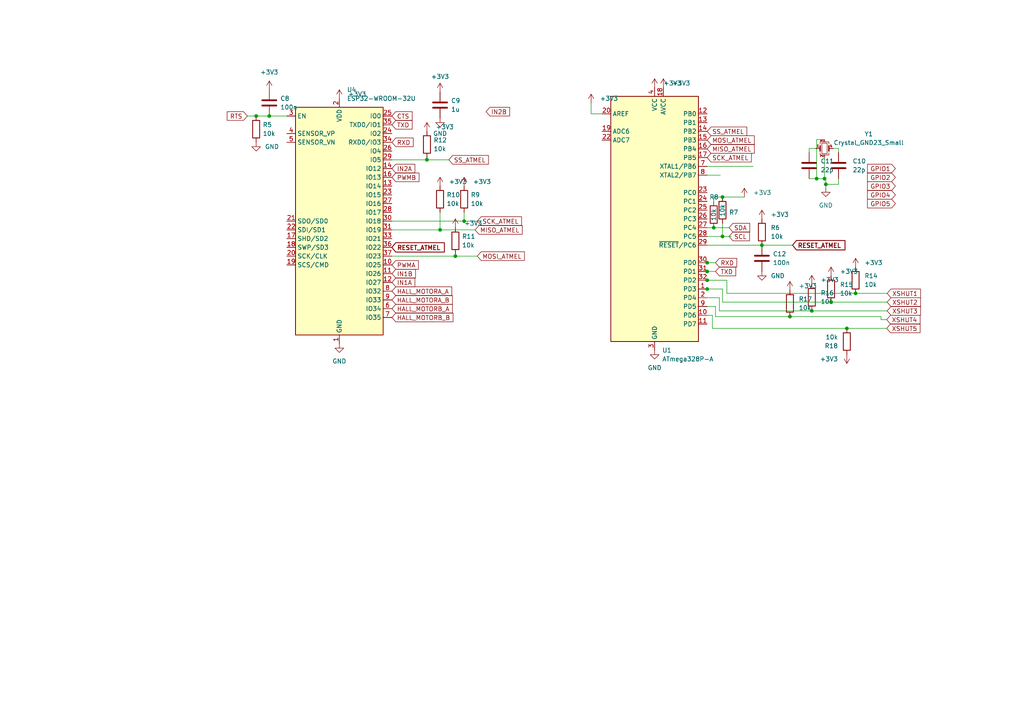
<source format=kicad_sch>
(kicad_sch (version 20230121) (generator eeschema)
  (paper "A4")
  (lib_symbols
    (symbol "Device:C" (pin_numbers hide) (pin_names (offset 0.254))
      (property "Reference" "C" (at 0.635 2.54 0))
      (property "Value" "C" (at 0.635 -2.54 0))
      (symbol "C_0_1"
        (polyline (pts (xy -2.032 -0.762) (xy 2.032 -0.762)) (stroke (width 0.508)))
        (polyline (pts (xy -2.032 0.762) (xy 2.032 0.762)) (stroke (width 0.508)))
      )
      (symbol "C_1_1"
        (pin passive line (at 0 3.81 270) (length 2.794) (name "~") (number "1"))
        (pin passive line (at 0 -3.81 90) (length 2.794) (name "~") (number "2"))
      )
    )
    (symbol "Device:Crystal_GND23_Small" (pin_names (offset 1.016) hide)
      (property "Reference" "Y" (at 1.27 4.445 0))
      (property "Value" "Crystal_GND23_Small" (at 1.27 2.54 0))
      (symbol "Crystal_GND23_Small_0_1"
        (rectangle (start -0.762 -1.524) (end 0.762 1.524))
        (polyline (pts (xy -1.27 -0.762) (xy -1.27 0.762)) (stroke (width 0.381)))
        (polyline (pts (xy 1.27 -0.762) (xy 1.27 0.762)) (stroke (width 0.381)))
        (polyline (pts (xy -1.27 -1.27) (xy -1.27 -1.905) (xy 1.27 -1.905) (xy 1.27 -1.27)))
        (polyline (pts (xy -1.27 1.27) (xy -1.27 1.905) (xy 1.27 1.905) (xy 1.27 1.27)))
      )
      (symbol "Crystal_GND23_Small_1_1"
        (pin passive line (at -2.54 0 0) (length 1.27) (name "1") (number "1"))
        (pin passive line (at 0 -2.54 90) (length 0.635) (name "2") (number "2"))
        (pin passive line (at 0 2.54 270) (length 0.635) (name "3") (number "3"))
        (pin passive line (at 2.54 0 180) (length 1.27) (name "4") (number "4"))
      )
    )
    (symbol "Device:R" (pin_numbers hide) (pin_names (offset 0))
      (property "Reference" "R" (at 2.032 0 90))
      (property "Value" "R" (at 0 0 90))
      (symbol "R_0_1"
        (rectangle (start -1.016 -2.54) (end 1.016 2.54) (stroke (width 0.254)))
      )
      (symbol "R_1_1"
        (pin passive line (at 0 3.81 270) (length 1.27) (name "~") (number "1"))
        (pin passive line (at 0 -3.81 90) (length 1.27) (name "~") (number "2"))
      )
    )
    (symbol "MCU_Microchip_ATmega:ATmega328P-A"
      (property "Reference" "U" (at -12.7 36.83 0))
      (property "Value" "ATmega328P-A" (at 2.54 -36.83 0))
      (symbol "ATmega328P-A_0_1"
        (rectangle (start -12.7 -35.56) (end 12.7 35.56) (stroke (width 0.254)) (fill (type background)))
      )
      (symbol "ATmega328P-A_1_1"
        (pin bidirectional line (at 15.24 -20.32 180) (length 2.54) (name "PD3") (number "1"))
        (pin bidirectional line (at 15.24 -27.94 180) (length 2.54) (name "PD6") (number "10"))
        (pin bidirectional line (at 15.24 -30.48 180) (length 2.54) (name "PD7") (number "11"))
        (pin bidirectional line (at 15.24 30.48 180) (length 2.54) (name "PB0") (number "12"))
        (pin bidirectional line (at 15.24 27.94 180) (length 2.54) (name "PB1") (number "13"))
        (pin bidirectional line (at 15.24 25.4 180) (length 2.54) (name "PB2") (number "14"))
        (pin bidirectional line (at 15.24 22.86 180) (length 2.54) (name "PB3") (number "15"))
        (pin bidirectional line (at 15.24 20.32 180) (length 2.54) (name "PB4") (number "16"))
        (pin bidirectional line (at 15.24 17.78 180) (length 2.54) (name "PB5") (number "17"))
        (pin power_in line (at 2.54 38.1 270) (length 2.54) (name "AVCC") (number "18"))
        (pin input line (at -15.24 25.4 0) (length 2.54) (name "ADC6") (number "19"))
        (pin bidirectional line (at 15.24 -22.86 180) (length 2.54) (name "PD4") (number "2"))
        (pin passive line (at -15.24 30.48 0) (length 2.54) (name "AREF") (number "20"))
        (pin passive line (at 0 -38.1 90) (length 2.54) hide (name "GND") (number "21"))
        (pin input line (at -15.24 22.86 0) (length 2.54) (name "ADC7") (number "22"))
        (pin bidirectional line (at 15.24 7.62 180) (length 2.54) (name "PC0") (number "23"))
        (pin bidirectional line (at 15.24 5.08 180) (length 2.54) (name "PC1") (number "24"))
        (pin bidirectional line (at 15.24 2.54 180) (length 2.54) (name "PC2") (number "25"))
        (pin bidirectional line (at 15.24 0 180) (length 2.54) (name "PC3") (number "26"))
        (pin bidirectional line (at 15.24 -2.54 180) (length 2.54) (name "PC4") (number "27"))
        (pin bidirectional line (at 15.24 -5.08 180) (length 2.54) (name "PC5") (number "28"))
        (pin bidirectional line (at 15.24 -7.62 180) (length 2.54) (name "~{RESET}/PC6") (number "29"))
        (pin power_in line (at 0 -38.1 90) (length 2.54) (name "GND") (number "3"))
        (pin bidirectional line (at 15.24 -12.7 180) (length 2.54) (name "PD0") (number "30"))
        (pin bidirectional line (at 15.24 -15.24 180) (length 2.54) (name "PD1") (number "31"))
        (pin bidirectional line (at 15.24 -17.78 180) (length 2.54) (name "PD2") (number "32"))
        (pin power_in line (at 0 38.1 270) (length 2.54) (name "VCC") (number "4"))
        (pin passive line (at 0 -38.1 90) (length 2.54) hide (name "GND") (number "5"))
        (pin passive line (at 0 38.1 270) (length 2.54) hide (name "VCC") (number "6"))
        (pin bidirectional line (at 15.24 15.24 180) (length 2.54) (name "XTAL1/PB6") (number "7"))
        (pin bidirectional line (at 15.24 12.7 180) (length 2.54) (name "XTAL2/PB7") (number "8"))
        (pin bidirectional line (at 15.24 -25.4 180) (length 2.54) (name "PD5") (number "9"))
      )
    )
    (symbol "RF_Module:ESP32-WROOM-32U"
      (property "Reference" "U" (at -12.7 34.29 0))
      (property "Value" "ESP32-WROOM-32U" (at 1.27 34.29 0))
      (symbol "ESP32-WROOM-32U_0_1"
        (rectangle (start -12.7 33.02) (end 12.7 -33.02) (stroke (width 0.254)) (fill (type background)))
      )
      (symbol "ESP32-WROOM-32U_1_1"
        (pin power_in line (at 0 -35.56 90) (length 2.54) (name "GND") (number "1"))
        (pin bidirectional line (at 15.24 -12.7 180) (length 2.54) (name "IO25") (number "10"))
        (pin bidirectional line (at 15.24 -15.24 180) (length 2.54) (name "IO26") (number "11"))
        (pin bidirectional line (at 15.24 -17.78 180) (length 2.54) (name "IO27") (number "12"))
        (pin bidirectional line (at 15.24 10.16 180) (length 2.54) (name "IO14") (number "13"))
        (pin bidirectional line (at 15.24 15.24 180) (length 2.54) (name "IO12") (number "14"))
        (pin passive line (at 0 -35.56 90) (length 2.54) hide (name "GND") (number "15"))
        (pin bidirectional line (at 15.24 12.7 180) (length 2.54) (name "IO13") (number "16"))
        (pin bidirectional line (at -15.24 -5.08 0) (length 2.54) (name "SHD/SD2") (number "17"))
        (pin bidirectional line (at -15.24 -7.62 0) (length 2.54) (name "SWP/SD3") (number "18"))
        (pin bidirectional line (at -15.24 -12.7 0) (length 2.54) (name "SCS/CMD") (number "19"))
        (pin power_in line (at 0 35.56 270) (length 2.54) (name "VDD") (number "2"))
        (pin bidirectional line (at -15.24 -10.16 0) (length 2.54) (name "SCK/CLK") (number "20"))
        (pin bidirectional line (at -15.24 0 0) (length 2.54) (name "SDO/SD0") (number "21"))
        (pin bidirectional line (at -15.24 -2.54 0) (length 2.54) (name "SDI/SD1") (number "22"))
        (pin bidirectional line (at 15.24 7.62 180) (length 2.54) (name "IO15") (number "23"))
        (pin bidirectional line (at 15.24 25.4 180) (length 2.54) (name "IO2") (number "24"))
        (pin bidirectional line (at 15.24 30.48 180) (length 2.54) (name "IO0") (number "25"))
        (pin bidirectional line (at 15.24 20.32 180) (length 2.54) (name "IO4") (number "26"))
        (pin bidirectional line (at 15.24 5.08 180) (length 2.54) (name "IO16") (number "27"))
        (pin bidirectional line (at 15.24 2.54 180) (length 2.54) (name "IO17") (number "28"))
        (pin bidirectional line (at 15.24 17.78 180) (length 2.54) (name "IO5") (number "29"))
        (pin input line (at -15.24 30.48 0) (length 2.54) (name "EN") (number "3"))
        (pin bidirectional line (at 15.24 0 180) (length 2.54) (name "IO18") (number "30"))
        (pin bidirectional line (at 15.24 -2.54 180) (length 2.54) (name "IO19") (number "31"))
        (pin no_connect line (at -12.7 -27.94 0) (length 2.54) hide (name "NC") (number "32"))
        (pin bidirectional line (at 15.24 -5.08 180) (length 2.54) (name "IO21") (number "33"))
        (pin bidirectional line (at 15.24 22.86 180) (length 2.54) (name "RXD0/IO3") (number "34"))
        (pin bidirectional line (at 15.24 27.94 180) (length 2.54) (name "TXD0/IO1") (number "35"))
        (pin bidirectional line (at 15.24 -7.62 180) (length 2.54) (name "IO22") (number "36"))
        (pin bidirectional line (at 15.24 -10.16 180) (length 2.54) (name "IO23") (number "37"))
        (pin passive line (at 0 -35.56 90) (length 2.54) hide (name "GND") (number "38"))
        (pin passive line (at 0 -35.56 90) (length 2.54) hide (name "GND") (number "39"))
        (pin input line (at -15.24 25.4 0) (length 2.54) (name "SENSOR_VP") (number "4"))
        (pin input line (at -15.24 22.86 0) (length 2.54) (name "SENSOR_VN") (number "5"))
        (pin input line (at 15.24 -25.4 180) (length 2.54) (name "IO34") (number "6"))
        (pin input line (at 15.24 -27.94 180) (length 2.54) (name "IO35") (number "7"))
        (pin bidirectional line (at 15.24 -20.32 180) (length 2.54) (name "IO32") (number "8"))
        (pin bidirectional line (at 15.24 -22.86 180) (length 2.54) (name "IO33") (number "9"))
      )
    )
    (symbol "power:+3.3V" (power) (pin_names (offset 0))
      (property "Value" "+3.3V" (at 0 3.556 0))
      (symbol "+3.3V_0_1"
        (polyline (pts (xy -0.762 1.27) (xy 0 2.54)))
        (polyline (pts (xy 0 0) (xy 0 2.54)))
        (polyline (pts (xy 0 2.54) (xy 0.762 1.27)))
      )
      (symbol "+3.3V_1_1"
        (pin power_in line (at 0 0 90) (length 0) hide (name "+3V3") (number "1"))
      )
    )
    (symbol "power:GND" (power) (pin_names (offset 0))
      (property "Value" "GND" (at 0 -3.81 0))
      (symbol "GND_0_1"
        (polyline (pts (xy 0 0) (xy 0 -1.27) (xy 1.27 -1.27) (xy 0 -2.54) (xy -1.27 -1.27) (xy 0 -1.27)))
      )
      (symbol "GND_1_1"
        (pin power_in line (at 0 0 270) (length 0) hide (name "GND") (number "1"))
      )
    )
  )
  (junction (at 205.105 83.82))
  (junction (at 236.855 51.816))
  (junction (at 205.105 76.2))
  (junction (at 241.046 87.63))
  (junction (at 209.55 68.58))
  (junction (at 245.618 95.25))
  (junction (at 207.01 66.04))
  (junction (at 229.108 91.821))
  (junction (at 220.98 71.12))
  (junction (at 78.105 33.655))
  (junction (at 127.635 66.675))
  (junction (at 205.105 78.74))
  (junction (at 235.458 90.17))
  (junction (at 205.105 81.28))
  (junction (at 132.08 74.295))
  (junction (at 248.158 85.09))
  (junction (at 239.141 51.816))
  (junction (at 209.55 57.15))
  (junction (at 74.295 33.655))
  (junction (at 123.825 46.355))
  (junction (at 239.522 53.467))
  (junction (at 134.62 64.135))
  (wire (pts (xy 205.105 91.44) (xy 206.629 91.44)))
  (wire (pts (xy 239.141 45.593) (xy 239.141 51.816)))
  (wire (pts (xy 134.62 61.595) (xy 134.62 64.135)))
  (wire (pts (xy 206.629 91.44) (xy 206.629 95.25)))
  (wire (pts (xy 205.105 50.8) (xy 208.915 50.8)))
  (wire (pts (xy 239.141 40.513) (xy 236.855 40.513)))
  (wire (pts (xy 243.205 53.467) (xy 239.522 53.467)))
  (wire (pts (xy 257.302 87.63) (xy 241.046 87.63)))
  (wire (pts (xy 205.105 86.36) (xy 208.661 86.36)))
  (wire (pts (xy 132.08 74.295) (xy 138.43 74.295)))
  (wire (pts (xy 205.105 81.28) (xy 210.82 81.28)))
  (wire (pts (xy 209.55 68.58) (xy 212.09 68.58)))
  (wire (pts (xy 208.661 86.36) (xy 208.661 90.17)))
  (wire (pts (xy 207.01 66.04) (xy 211.455 66.04)))
  (wire (pts (xy 207.01 57.15) (xy 209.55 57.15)))
  (wire (pts (xy 74.295 33.655) (xy 78.105 33.655)))
  (wire (pts (xy 78.105 33.655) (xy 83.185 33.655)))
  (wire (pts (xy 134.62 64.135) (xy 138.43 64.135)))
  (wire (pts (xy 248.158 85.09) (xy 210.82 85.09)))
  (wire (pts (xy 127.635 66.675) (xy 137.795 66.675)))
  (wire (pts (xy 210.82 85.09) (xy 210.82 81.28)))
  (wire (pts (xy 204.978 78.74) (xy 205.105 78.74)))
  (wire (pts (xy 236.601 43.053) (xy 234.696 43.053)))
  (wire (pts (xy 174.625 33.02) (xy 171.45 33.02)))
  (wire (pts (xy 234.696 51.816) (xy 236.855 51.816)))
  (wire (pts (xy 245.618 95.25) (xy 257.175 95.25)))
  (wire (pts (xy 220.98 71.12) (xy 229.87 71.12)))
  (wire (pts (xy 123.825 45.72) (xy 123.825 46.355)))
  (wire (pts (xy 205.105 68.58) (xy 209.55 68.58)))
  (wire (pts (xy 204.978 76.2) (xy 205.105 76.2)))
  (wire (pts (xy 204.978 83.82) (xy 205.105 83.82)))
  (wire (pts (xy 255.524 92.71) (xy 257.175 92.71)))
  (wire (pts (xy 71.755 33.655) (xy 74.295 33.655)))
  (wire (pts (xy 236.855 51.816) (xy 239.141 51.816)))
  (wire (pts (xy 207.518 88.9) (xy 207.518 91.821)))
  (wire (pts (xy 205.105 88.9) (xy 207.518 88.9)))
  (wire (pts (xy 205.105 83.82) (xy 209.55 83.82)))
  (wire (pts (xy 123.825 46.355) (xy 130.175 46.355)))
  (wire (pts (xy 132.08 73.66) (xy 132.08 74.295)))
  (wire (pts (xy 235.458 90.17) (xy 257.302 90.17)))
  (wire (pts (xy 209.55 57.15) (xy 215.9 57.15)))
  (wire (pts (xy 113.665 46.355) (xy 123.825 46.355)))
  (wire (pts (xy 113.665 66.675) (xy 127.635 66.675)))
  (wire (pts (xy 243.205 43.053) (xy 243.205 44.196)))
  (wire (pts (xy 113.665 74.295) (xy 132.08 74.295)))
  (wire (pts (xy 257.302 85.09) (xy 248.158 85.09)))
  (wire (pts (xy 209.55 87.63) (xy 241.046 87.63)))
  (wire (pts (xy 205.105 78.74) (xy 207.518 78.74)))
  (wire (pts (xy 206.629 95.25) (xy 245.618 95.25)))
  (wire (pts (xy 205.105 66.04) (xy 207.01 66.04)))
  (wire (pts (xy 205.105 76.2) (xy 207.518 76.2)))
  (wire (pts (xy 171.45 33.02) (xy 171.45 29.845)))
  (wire (pts (xy 205.105 48.26) (xy 218.44 48.26)))
  (wire (pts (xy 239.141 51.816) (xy 239.522 51.816)))
  (wire (pts (xy 229.108 91.821) (xy 255.524 91.821)))
  (wire (pts (xy 239.522 53.467) (xy 239.522 54.483)))
  (wire (pts (xy 207.518 91.821) (xy 229.108 91.821)))
  (wire (pts (xy 255.524 91.821) (xy 255.524 92.71)))
  (wire (pts (xy 241.681 43.053) (xy 243.205 43.053)))
  (wire (pts (xy 204.978 81.28) (xy 205.105 81.28)))
  (wire (pts (xy 234.696 43.053) (xy 234.696 44.196)))
  (wire (pts (xy 239.522 51.816) (xy 239.522 53.467)))
  (wire (pts (xy 205.105 71.12) (xy 220.98 71.12)))
  (wire (pts (xy 207.01 58.42) (xy 207.01 57.15)))
  (wire (pts (xy 236.855 40.513) (xy 236.855 51.816)))
  (wire (pts (xy 243.205 51.816) (xy 243.205 53.467)))
  (wire (pts (xy 235.458 90.043) (xy 235.458 90.17)))
  (wire (pts (xy 208.661 90.17) (xy 235.458 90.17)))
  (wire (pts (xy 113.665 64.135) (xy 134.62 64.135)))
  (wire (pts (xy 209.55 87.63) (xy 209.55 83.82)))
  (wire (pts (xy 127.635 61.595) (xy 127.635 66.675)))
  (wire (pts (xy 209.55 64.77) (xy 209.55 68.58)))
  (global_label "HALL_MOTORA_B" (shape input) (at 113.665 86.995 0) (property "Intersheetrefs" "${INTERSHEET_REFS}" (effects hide)))
  (global_label "SS_ATMEL" (shape input) (at 205.105 38.1 0) (property "Intersheetrefs" "${INTERSHEET_REFS}" (effects hide)))
  (global_label "SCL" (shape input) (at 211.455 68.58 0) (property "Intersheetrefs" "${INTERSHEET_REFS}" (effects hide)))
  (global_label "SS_ATMEL" (shape input) (at 130.175 46.355 0) (property "Intersheetrefs" "${INTERSHEET_REFS}" (effects hide)))
  (global_label "RTS" (shape input) (at 71.755 33.655 180) (property "Intersheetrefs" "${INTERSHEET_REFS}" (effects hide)))
  (global_label "TXD" (shape input) (at 113.665 36.195 0) (property "Intersheetrefs" "${INTERSHEET_REFS}" (effects hide)))
  (global_label "SDA" (shape input) (at 211.455 66.04 0) (property "Intersheetrefs" "${INTERSHEET_REFS}" (effects hide)))
  (global_label "IN2B" (shape input) (at 140.97 32.385 0) (property "Intersheetrefs" "${INTERSHEET_REFS}" (effects hide)))
  (global_label "MISO_ATMEL" (shape input) (at 205.105 43.18 0) (property "Intersheetrefs" "${INTERSHEET_REFS}" (effects hide)))
  (global_label "MOSI_ATMEL" (shape input) (at 205.105 40.64 0) (property "Intersheetrefs" "${INTERSHEET_REFS}" (effects hide)))
  (global_label "HALL_MOTORB_A" (shape input) (at 113.665 89.535 0) (property "Intersheetrefs" "${INTERSHEET_REFS}" (effects hide)))
  (global_label "GPIO3" (shape input) (at 259.715 53.975 180) (property "Intersheetrefs" "${INTERSHEET_REFS}" (effects hide)))
  (global_label "SCK_ATMEL" (shape input) (at 205.105 45.72 0) (property "Intersheetrefs" "${INTERSHEET_REFS}" (effects hide)))
  (global_label "MOSI_ATMEL" (shape input) (at 138.43 74.295 0) (property "Intersheetrefs" "${INTERSHEET_REFS}" (effects hide)))
  (global_label "XSHUT4" (shape input) (at 257.175 92.71 0) (property "Intersheetrefs" "${INTERSHEET_REFS}" (effects hide)))
  (global_label "CTS" (shape input) (at 113.665 33.655 0) (property "Intersheetrefs" "${INTERSHEET_REFS}" (effects hide)))
  (global_label "PWMB" (shape input) (at 113.665 51.435 0) (property "Intersheetrefs" "${INTERSHEET_REFS}" (effects hide)))
  (global_label "HALL_MOTORB_B" (shape input) (at 113.665 92.075 0) (property "Intersheetrefs" "${INTERSHEET_REFS}" (effects hide)))
  (global_label "RESET_ATMEL" (shape input) (at 229.87 71.12 0) (effects (font bold)) (property "Intersheetrefs" "${INTERSHEET_REFS}" (effects hide)))
  (global_label "IN1B" (shape input) (at 113.665 79.375 0) (property "Intersheetrefs" "${INTERSHEET_REFS}" (effects hide)))
  (global_label "XSHUT3" (shape input) (at 257.302 90.17 0) (property "Intersheetrefs" "${INTERSHEET_REFS}" (effects hide)))
  (global_label "RXD" (shape input) (at 113.665 41.275 0) (property "Intersheetrefs" "${INTERSHEET_REFS}" (effects hide)))
  (global_label "SCK_ATMEL" (shape input) (at 138.43 64.135 0) (property "Intersheetrefs" "${INTERSHEET_REFS}" (effects hide)))
  (global_label "GPIO2" (shape input) (at 259.715 51.435 180) (property "Intersheetrefs" "${INTERSHEET_REFS}" (effects hide)))
  (global_label "HALL_MOTORA_A" (shape input) (at 113.665 84.455 0) (property "Intersheetrefs" "${INTERSHEET_REFS}" (effects hide)))
  (global_label "GPIO4" (shape input) (at 259.715 56.515 180) (property "Intersheetrefs" "${INTERSHEET_REFS}" (effects hide)))
  (global_label "IN1A" (shape input) (at 113.665 81.915 0) (property "Intersheetrefs" "${INTERSHEET_REFS}" (effects hide)))
  (global_label "GPIO5" (shape input) (at 259.715 59.055 180) (property "Intersheetrefs" "${INTERSHEET_REFS}" (effects hide)))
  (global_label "XSHUT1" (shape input) (at 257.302 85.09 0) (property "Intersheetrefs" "${INTERSHEET_REFS}" (effects hide)))
  (global_label "PWMA" (shape input) (at 113.665 76.835 0) (property "Intersheetrefs" "${INTERSHEET_REFS}" (effects hide)))
  (global_label "RXD" (shape input) (at 207.518 76.2 0) (property "Intersheetrefs" "${INTERSHEET_REFS}" (effects hide)))
  (global_label "RESET_ATMEL" (shape input) (at 113.665 71.755 0) (effects (font bold)) (property "Intersheetrefs" "${INTERSHEET_REFS}" (effects hide)))
  (global_label "XSHUT5" (shape input) (at 257.175 95.25 0) (property "Intersheetrefs" "${INTERSHEET_REFS}" (effects hide)))
  (global_label "GPIO1" (shape input) (at 259.715 48.895 180) (property "Intersheetrefs" "${INTERSHEET_REFS}" (effects hide)))
  (global_label "TXD" (shape input) (at 207.518 78.74 0) (property "Intersheetrefs" "${INTERSHEET_REFS}" (effects hide)))
  (global_label "MISO_ATMEL" (shape input) (at 137.795 66.675 0) (property "Intersheetrefs" "${INTERSHEET_REFS}" (effects hide)))
  (global_label "IN2A" (shape input) (at 113.665 48.895 0) (property "Intersheetrefs" "${INTERSHEET_REFS}" (effects hide)))
  (global_label "XSHUT2" (shape input) (at 257.302 87.63 0) (property "Intersheetrefs" "${INTERSHEET_REFS}" (effects hide)))
  (symbol (lib_id "Device:C") (at 220.98 74.93 0) (unit 1)
    (property "Reference" "C12" (at 224.155 73.66 0) (effects (justify left)))
    (property "Value" "100n" (at 224.155 76.2 0) (effects (justify left)))
    (property "Footprint" "Capacitor_SMD:C_0603_1608Metric" (effects hide))
  )
  (symbol (lib_id "power:+3.3V") (at 192.405 25.4 0) (unit 1)
    (property "Reference" "#PWR023" (effects hide))
    (property "Value" "+3.3V" (at 194.945 24.13 0) (effects (justify left)))
  )
  (symbol (lib_id "power:+3.3V") (at 171.45 29.845 0) (unit 1)
    (property "Reference" "#PWR026" (effects hide))
    (property "Value" "+3.3V" (at 173.99 28.575 0) (effects (justify left)))
  )
  (symbol (lib_id "power:+3.3V") (at 245.618 102.87 180) (unit 1)
    (property "Reference" "#PWR037" (effects hide))
    (property "Value" "+3.3V" (at 243.078 104.14 0) (effects (justify left)))
  )
  (symbol (lib_id "Device:R") (at 235.458 86.233 0) (unit 1)
    (property "Reference" "R16" (at 237.998 84.963 0) (effects (justify left)))
    (property "Value" "10k" (at 237.998 87.503 0) (effects (justify left)))
    (property "Footprint" "Capacitor_SMD:C_0603_1608Metric" (effects hide))
  )
  (symbol (lib_id "Device:R") (at 74.295 37.465 0) (unit 1)
    (property "Reference" "R5" (at 76.2 36.195 0) (effects (justify left)))
    (property "Value" "10k" (at 76.2 38.735 0) (effects (justify left)))
    (property "Footprint" "Resistor_SMD:R_0603_1608Metric" (effects hide))
  )
  (symbol (lib_id "Device:C") (at 234.696 48.006 180) (unit 1)
    (property "Reference" "C11" (at 237.998 46.736 0) (effects (justify right)))
    (property "Value" "22p" (at 237.998 49.276 0) (effects (justify right)))
    (property "Footprint" "Capacitor_SMD:C_0603_1608Metric" (effects hide))
  )
  (symbol (lib_id "Device:C") (at 78.105 29.845 0) (unit 1)
    (property "Reference" "C8" (at 81.28 28.575 0) (effects (justify left)))
    (property "Value" "100n" (at 81.28 31.115 0) (effects (justify left)))
    (property "Footprint" "Capacitor_SMD:C_0603_1608Metric" (effects hide))
  )
  (symbol (lib_id "power:+3.3V") (at 132.08 66.04 0) (unit 1)
    (property "Reference" "#PWR030" (effects hide))
    (property "Value" "+3.3V" (at 134.62 64.77 0) (effects (justify left)))
  )
  (symbol (lib_id "power:+3.3V") (at 215.9 57.15 0) (unit 1)
    (property "Reference" "#PWR027" (effects hide))
    (property "Value" "+3.3V" (at 218.44 55.88 0) (effects (justify left)))
  )
  (symbol (lib_id "Device:Crystal_GND23_Small") (at 239.141 43.053 0) (unit 1)
    (property "Reference" "Y1" (at 251.968 38.8621 0))
    (property "Value" "Crystal_GND23_Small" (at 251.968 41.4021 0))
    (property "Footprint" "Crystal:Crystal_SMD_TXC_7M-4Pin_3.2x2.5mm_HandSoldering" (effects hide))
  )
  (symbol (lib_id "power:+3.3V") (at 229.108 84.201 0) (unit 1)
    (property "Reference" "#PWR036" (effects hide))
    (property "Value" "+3.3V" (at 231.648 82.931 0) (effects (justify left)))
  )
  (symbol (lib_id "power:+3.3V") (at 127.635 53.975 0) (unit 1)
    (property "Reference" "#PWR029" (effects hide))
    (property "Value" "+3.3V" (at 130.175 52.705 0) (effects (justify left)))
  )
  (symbol (lib_id "power:+3.3V") (at 235.458 82.423 0) (unit 1)
    (property "Reference" "#PWR035" (effects hide))
    (property "Value" "+3.3V" (at 237.998 81.153 0) (effects (justify left)))
  )
  (symbol (lib_id "Device:R") (at 220.98 67.31 0) (unit 1)
    (property "Reference" "R6" (at 223.52 66.04 0) (effects (justify left)))
    (property "Value" "10k" (at 223.52 68.58 0) (effects (justify left)))
    (property "Footprint" "Capacitor_SMD:C_0603_1608Metric" (effects hide))
  )
  (symbol (lib_id "RF_Module:ESP32-WROOM-32U") (at 98.425 64.135 0) (unit 1)
    (property "Reference" "U4" (at 100.6191 26.035 0) (effects (justify left)))
    (property "Value" "ESP32-WROOM-32U" (at 100.6191 28.575 0) (effects (justify left)))
    (property "Footprint" "RF_Module:ESP32-WROOM-32U" (effects hide))
    (property "Datasheet" "https://www.espressif.com/sites/default/files/documentation/esp32-wroom-32d_esp32-wroom-32u_datasheet_en.pdf" (effects hide))
  )
  (symbol (lib_id "power:GND") (at 220.98 78.74 0) (unit 1)
    (property "Reference" "#PWR025" (effects hide))
    (property "Value" "GND" (at 223.52 80.01 0) (effects (justify left)))
  )
  (symbol (lib_id "power:+3.3V") (at 241.046 80.01 0) (unit 1)
    (property "Reference" "#PWR034" (effects hide))
    (property "Value" "+3.3V" (at 243.586 78.74 0) (effects (justify left)))
  )
  (symbol (lib_id "power:+3.3V") (at 248.158 77.47 0) (unit 1)
    (property "Reference" "#PWR033" (effects hide))
    (property "Value" "+3.3V" (at 250.698 76.2 0) (effects (justify left)))
  )
  (symbol (lib_id "power:+3.3V") (at 134.62 53.975 0) (unit 1)
    (property "Reference" "#PWR028" (effects hide))
    (property "Value" "+3.3V" (at 137.16 52.705 0) (effects (justify left)))
  )
  (symbol (lib_id "Device:C") (at 127.635 30.48 0) (unit 1)
    (property "Reference" "C9" (at 130.81 29.21 0) (effects (justify left)))
    (property "Value" "1u" (at 130.81 31.75 0) (effects (justify left)))
    (property "Footprint" "Capacitor_SMD:C_0603_1608Metric" (effects hide))
  )
  (symbol (lib_id "Device:R") (at 134.62 57.785 0) (unit 1)
    (property "Reference" "R9" (at 136.525 56.515 0) (effects (justify left)))
    (property "Value" "10k" (at 136.525 59.055 0) (effects (justify left)))
    (property "Footprint" "Resistor_SMD:R_0603_1608Metric" (effects hide))
  )
  (symbol (lib_id "Device:C") (at 243.205 48.006 180) (unit 1)
    (property "Reference" "C10" (at 247.269 46.736 0) (effects (justify right)))
    (property "Value" "22p" (at 247.269 49.276 0) (effects (justify right)))
    (property "Footprint" "Capacitor_SMD:C_0603_1608Metric" (effects hide))
  )
  (symbol (lib_id "power:GND") (at 127.635 34.29 0) (unit 1)
    (property "Reference" "#PWR011" (effects hide))
    (property "Value" "GND" (at 127.635 38.735 0))
  )
  (symbol (lib_id "power:+3.3V") (at 189.865 25.4 0) (unit 1)
    (property "Reference" "#PWR022" (effects hide))
    (property "Value" "+3.3V" (at 192.405 24.13 0) (effects (justify left)))
  )
  (symbol (lib_id "Device:R") (at 245.618 99.06 180) (unit 1)
    (property "Reference" "R18" (at 243.078 100.33 0) (effects (justify left)))
    (property "Value" "10k" (at 243.078 97.79 0) (effects (justify left)))
    (property "Footprint" "Capacitor_SMD:C_0603_1608Metric" (effects hide))
  )
  (symbol (lib_id "power:+3.3V") (at 220.98 63.5 0) (unit 1)
    (property "Reference" "#PWR024" (effects hide))
    (property "Value" "+3.3V" (at 223.52 62.23 0) (effects (justify left)))
  )
  (symbol (lib_id "power:GND") (at 239.522 54.483 0) (unit 1)
    (property "Reference" "#PWR020" (effects hide))
    (property "Value" "GND" (at 239.522 59.563 0))
  )
  (symbol (lib_id "power:GND") (at 74.295 41.275 0) (unit 1)
    (property "Reference" "#PWR06" (effects hide))
    (property "Value" "GND" (at 76.835 42.545 0) (effects (justify left)))
  )
  (symbol (lib_id "power:+3.3V") (at 123.825 38.1 0) (unit 1)
    (property "Reference" "#PWR031" (effects hide))
    (property "Value" "+3.3V" (at 126.365 36.83 0) (effects (justify left)))
  )
  (symbol (lib_id "Device:R") (at 123.825 41.91 0) (unit 1)
    (property "Reference" "R12" (at 125.73 40.64 0) (effects (justify left)))
    (property "Value" "10k" (at 125.73 43.18 0) (effects (justify left)))
    (property "Footprint" "Resistor_SMD:R_0603_1608Metric" (effects hide))
  )
  (symbol (lib_id "power:GND") (at 98.425 99.695 0) (unit 1)
    (property "Reference" "#PWR09" (effects hide))
    (property "Value" "GND" (at 98.425 104.775 0))
  )
  (symbol (lib_id "MCU_Microchip_ATmega:ATmega328P-A") (at 189.865 63.5 0) (unit 1)
    (property "Reference" "U1" (at 192.0591 101.6 0) (effects (justify left)))
    (property "Value" "ATmega328P-A" (at 192.0591 104.14 0) (effects (justify left)))
    (property "Footprint" "Package_QFP:TQFP-32_7x7mm_P0.8mm" (effects hide))
    (property "Datasheet" "http://ww1.microchip.com/downloads/en/DeviceDoc/ATmega328_P%20AVR%20MCU%20with%20picoPower%20Technology%20Data%20Sheet%2040001984A.pdf" (effects hide))
  )
  (symbol (lib_id "Device:R") (at 127.635 57.785 0) (unit 1)
    (property "Reference" "R10" (at 129.54 56.515 0) (effects (justify left)))
    (property "Value" "10k" (at 129.54 59.055 0) (effects (justify left)))
    (property "Footprint" "Resistor_SMD:R_0603_1608Metric" (effects hide))
  )
  (symbol (lib_id "Device:R") (at 207.01 62.23 0) (unit 1)
    (property "Reference" "R8" (at 205.74 57.15 0) (effects (justify left)))
    (property "Value" "10k" (at 207.01 64.135 90) (effects (justify left)))
    (property "Footprint" "Capacitor_SMD:C_0603_1608Metric" (effects hide))
  )
  (symbol (lib_id "power:+3.3V") (at 98.425 28.575 0) (unit 1)
    (property "Reference" "#PWR08" (effects hide))
    (property "Value" "+3.3V" (at 100.965 27.305 0) (effects (justify left)))
  )
  (symbol (lib_id "Device:R") (at 241.046 83.82 0) (unit 1)
    (property "Reference" "R15" (at 243.586 82.55 0) (effects (justify left)))
    (property "Value" "10k" (at 243.586 85.09 0) (effects (justify left)))
    (property "Footprint" "Capacitor_SMD:C_0603_1608Metric" (effects hide))
  )
  (symbol (lib_id "power:+3.3V") (at 127.635 26.67 0) (unit 1)
    (property "Reference" "#PWR010" (effects hide))
    (property "Value" "+3.3V" (at 127.635 22.225 0))
  )
  (symbol (lib_id "Device:R") (at 248.158 81.28 0) (unit 1)
    (property "Reference" "R14" (at 250.698 80.01 0) (effects (justify left)))
    (property "Value" "10k" (at 250.698 82.55 0) (effects (justify left)))
    (property "Footprint" "Capacitor_SMD:C_0603_1608Metric" (effects hide))
  )
  (symbol (lib_id "Device:R") (at 229.108 88.011 0) (unit 1)
    (property "Reference" "R17" (at 231.648 86.741 0) (effects (justify left)))
    (property "Value" "10k" (at 231.648 89.281 0) (effects (justify left)))
    (property "Footprint" "Capacitor_SMD:C_0603_1608Metric" (effects hide))
  )
  (symbol (lib_id "Device:R") (at 132.08 69.85 0) (unit 1)
    (property "Reference" "R11" (at 133.985 68.58 0) (effects (justify left)))
    (property "Value" "10k" (at 133.985 71.12 0) (effects (justify left)))
    (property "Footprint" "Resistor_SMD:R_0603_1608Metric" (effects hide))
  )
  (symbol (lib_id "power:GND") (at 189.865 101.6 0) (unit 1)
    (property "Reference" "#PWR021" (effects hide))
    (property "Value" "GND" (at 189.865 106.68 0))
  )
  (symbol (lib_id "Device:R") (at 209.55 60.96 0) (unit 1)
    (property "Reference" "R7" (at 211.455 61.595 0) (effects (justify left)))
    (property "Value" "10k" (at 209.55 62.865 90) (effects (justify left)))
    (property "Footprint" "Capacitor_SMD:C_0603_1608Metric" (effects hide))
  )
  (symbol (lib_id "power:+3.3V") (at 78.105 26.035 0) (unit 1)
    (property "Reference" "#PWR07" (effects hide))
    (property "Value" "+3.3V" (at 78.105 20.955 0))
  )
)
</source>
